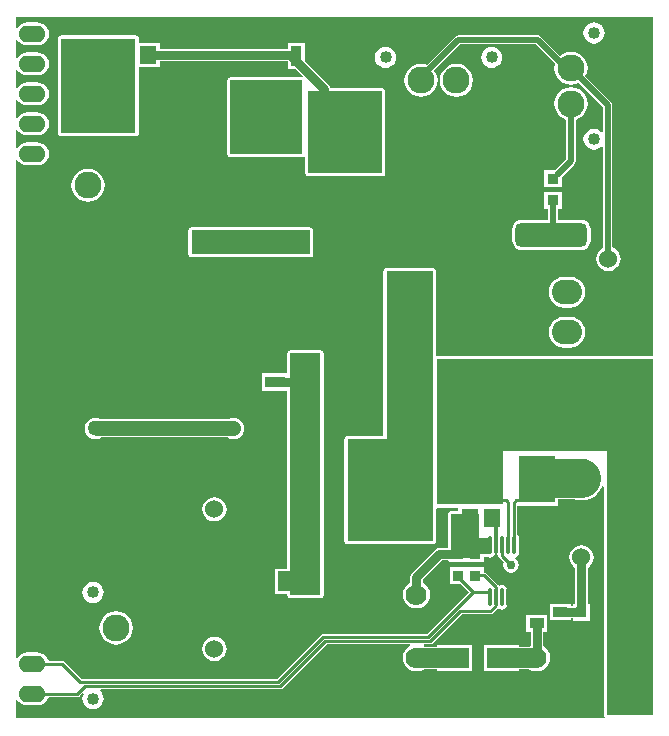
<source format=gbl>
G04*
G04 #@! TF.GenerationSoftware,Altium Limited,Altium Designer,20.1.12 (249)*
G04*
G04 Layer_Physical_Order=2*
G04 Layer_Color=16711680*
%FSLAX25Y25*%
%MOIN*%
G70*
G04*
G04 #@! TF.SameCoordinates,52F10900-DB58-4C41-AEEA-7F3F7A3DCA95*
G04*
G04*
G04 #@! TF.FilePolarity,Positive*
G04*
G01*
G75*
%ADD10C,0.01000*%
%ADD16R,0.09449X0.12205*%
%ADD17R,0.03740X0.03543*%
%ADD41C,0.03000*%
%ADD42C,0.02000*%
%ADD43C,0.05000*%
%ADD52C,0.13000*%
%ADD53C,0.07000*%
%ADD54O,0.08960X0.05600*%
%ADD55C,0.09000*%
%ADD56C,0.04000*%
G04:AMPARAMS|DCode=57|XSize=240mil|YSize=80mil|CornerRadius=20mil|HoleSize=0mil|Usage=FLASHONLY|Rotation=0.000|XOffset=0mil|YOffset=0mil|HoleType=Round|Shape=RoundedRectangle|*
%AMROUNDEDRECTD57*
21,1,0.24000,0.04000,0,0,0.0*
21,1,0.20000,0.08000,0,0,0.0*
1,1,0.04000,0.10000,-0.02000*
1,1,0.04000,-0.10000,-0.02000*
1,1,0.04000,-0.10000,0.02000*
1,1,0.04000,0.10000,0.02000*
%
%ADD57ROUNDEDRECTD57*%
%ADD58O,0.10000X0.08300*%
%ADD59C,0.06000*%
%ADD60R,0.06000X0.06000*%
%ADD61C,0.03000*%
%ADD62C,0.05000*%
%ADD63R,0.09843X0.06693*%
%ADD64R,0.06693X0.03740*%
%ADD65R,0.06299X0.10630*%
%ADD66R,0.05906X0.09400*%
%ADD67R,0.12200X0.15700*%
%ADD68R,0.05000X0.03500*%
%ADD69R,0.23000X0.08000*%
%ADD70R,0.14000X0.06500*%
%ADD71R,0.03740X0.06693*%
%ADD72R,0.05709X0.05906*%
%ADD73R,0.01378X0.06102*%
%ADD74O,0.01378X0.06102*%
%ADD75C,0.01300*%
%ADD76C,0.06500*%
%ADD77C,0.13000*%
%ADD78R,0.15500X1.18500*%
%ADD79R,0.72000X0.30500*%
%ADD80R,0.22000X0.27000*%
%ADD81R,0.28500X0.34000*%
%ADD82R,0.39530X0.08000*%
%ADD83R,0.24000X0.24500*%
%ADD84R,0.25000X0.31500*%
%ADD85R,0.24500X0.27500*%
%ADD86R,0.15500X0.90000*%
%ADD87R,0.10000X0.80500*%
%ADD88R,0.05000X0.05358*%
%ADD89R,0.09500X0.15000*%
G36*
X339000Y222520D02*
X267000D01*
X266520Y222934D01*
Y251000D01*
X266442Y251390D01*
X266221Y251721D01*
X265890Y251942D01*
X265500Y252020D01*
X250000D01*
X249610Y251942D01*
X249279Y251721D01*
X249058Y251390D01*
X248980Y251000D01*
Y196020D01*
X237000D01*
X236610Y195942D01*
X236279Y195721D01*
X236058Y195390D01*
X235980Y195000D01*
Y161000D01*
X236058Y160610D01*
X236279Y160279D01*
X236610Y160058D01*
X237000Y159980D01*
X265500D01*
X265890Y160058D01*
X266221Y160279D01*
X266442Y160610D01*
X266520Y161000D01*
Y171566D01*
X267000Y171980D01*
X274004D01*
Y171020D01*
X271500D01*
X271110Y170942D01*
X270779Y170721D01*
X270558Y170390D01*
X270480Y170000D01*
Y158681D01*
X267642D01*
X266861Y158526D01*
X266200Y158084D01*
X258558Y150442D01*
X258116Y149780D01*
X257961Y149000D01*
Y147026D01*
X257731Y146931D01*
X256791Y146209D01*
X256069Y145269D01*
X255616Y144175D01*
X255461Y143000D01*
X255616Y141825D01*
X256069Y140731D01*
X256791Y139791D01*
X257731Y139069D01*
X258825Y138616D01*
X260000Y138461D01*
X261175Y138616D01*
X262269Y139069D01*
X263209Y139791D01*
X263931Y140731D01*
X264384Y141825D01*
X264539Y143000D01*
X264384Y144175D01*
X263931Y145269D01*
X263209Y146209D01*
X262269Y146931D01*
X262039Y147026D01*
Y148155D01*
X268486Y154603D01*
X270563D01*
X270779Y154279D01*
X271110Y154058D01*
X271130Y154054D01*
Y153870D01*
X282370D01*
Y155622D01*
X283791D01*
X283904Y155547D01*
X284563Y155416D01*
X285222Y155547D01*
X285781Y155920D01*
X286154Y156479D01*
X286285Y157138D01*
X286778D01*
X286909Y156479D01*
X287282Y155920D01*
X287529Y155755D01*
X287558Y155610D01*
X287779Y155279D01*
X289135Y153923D01*
X288951Y153000D01*
X289145Y152024D01*
X289698Y151198D01*
X290525Y150645D01*
X291500Y150451D01*
X292476Y150645D01*
X293302Y151198D01*
X293855Y152024D01*
X294049Y153000D01*
X293855Y153975D01*
X293302Y154802D01*
X292985Y155015D01*
X293090Y155546D01*
X293096Y155547D01*
X293655Y155920D01*
X294028Y156479D01*
X294159Y157138D01*
Y161862D01*
X294028Y162521D01*
X293655Y163080D01*
X293457Y163212D01*
Y172650D01*
X307300D01*
Y174966D01*
X312351D01*
X313530Y174609D01*
X315000Y174464D01*
X316470Y174609D01*
X317884Y175037D01*
X319187Y175734D01*
X320329Y176671D01*
X321266Y177813D01*
X321963Y179116D01*
X321980Y179175D01*
X322480Y179101D01*
Y103000D01*
X322558Y102610D01*
X322763Y102303D01*
X322736Y102168D01*
X322592Y101803D01*
X126500Y101803D01*
Y107986D01*
X127000Y108085D01*
X127001Y108084D01*
X127610Y107290D01*
X128404Y106681D01*
X129328Y106298D01*
X130320Y106167D01*
X133680D01*
X134672Y106298D01*
X135596Y106681D01*
X136390Y107290D01*
X136999Y108084D01*
X137371Y108980D01*
X147000D01*
X147390Y109058D01*
X147721Y109279D01*
X148596Y110154D01*
X149020Y109871D01*
X148789Y109314D01*
X148669Y108400D01*
X148789Y107486D01*
X149142Y106635D01*
X149703Y105904D01*
X150434Y105343D01*
X151285Y104990D01*
X152199Y104870D01*
X153113Y104990D01*
X153964Y105343D01*
X154695Y105904D01*
X155256Y106635D01*
X155609Y107486D01*
X155729Y108400D01*
X155609Y109314D01*
X155256Y110165D01*
X154695Y110896D01*
X154586Y110980D01*
X154755Y111480D01*
X214621D01*
X215012Y111558D01*
X215342Y111779D01*
X230044Y126480D01*
X257751D01*
X257851Y125980D01*
X257731Y125931D01*
X256791Y125209D01*
X256069Y124269D01*
X255616Y123175D01*
X255461Y122000D01*
X255616Y120825D01*
X256069Y119731D01*
X256791Y118791D01*
X257731Y118069D01*
X258825Y117616D01*
X260000Y117461D01*
X261175Y117616D01*
X262269Y118069D01*
X262463Y118218D01*
X266705D01*
Y117654D01*
X278547D01*
Y126347D01*
X266705D01*
Y125782D01*
X262573D01*
X262375Y125980D01*
X262582Y126480D01*
X264621D01*
X265012Y126558D01*
X265342Y126779D01*
X275071Y136508D01*
X284664D01*
X285054Y136585D01*
X285385Y136806D01*
X286706Y138128D01*
X287191Y138224D01*
X287516Y138441D01*
X287841Y138224D01*
X288500Y138093D01*
X289159Y138224D01*
X289718Y138597D01*
X290091Y139156D01*
X290222Y139815D01*
Y144539D01*
X290091Y145198D01*
X289718Y145757D01*
X289159Y146130D01*
X288500Y146261D01*
X287841Y146130D01*
X287823Y146118D01*
X287252Y146189D01*
X283221Y150221D01*
X282890Y150442D01*
X282500Y150520D01*
X282370D01*
Y152130D01*
X271130D01*
Y146587D01*
X274972D01*
X277558Y144000D01*
X263578Y130020D01*
X229000D01*
X228610Y129942D01*
X228279Y129721D01*
X213578Y115020D01*
X148422D01*
X142721Y120721D01*
X142390Y120942D01*
X142000Y121020D01*
X137371D01*
X136999Y121916D01*
X136390Y122710D01*
X135596Y123319D01*
X134672Y123702D01*
X133680Y123833D01*
X130320D01*
X129328Y123702D01*
X128404Y123319D01*
X127610Y122710D01*
X127001Y121916D01*
X127000Y121915D01*
X126500Y122014D01*
Y287986D01*
X127000Y288085D01*
X127001Y288084D01*
X127610Y287290D01*
X128404Y286681D01*
X129328Y286298D01*
X130320Y286167D01*
X133680D01*
X134672Y286298D01*
X135596Y286681D01*
X136390Y287290D01*
X136999Y288084D01*
X137382Y289008D01*
X137513Y290000D01*
X137382Y290992D01*
X136999Y291916D01*
X136390Y292710D01*
X135596Y293319D01*
X134672Y293702D01*
X133680Y293833D01*
X130320D01*
X129328Y293702D01*
X128404Y293319D01*
X127610Y292710D01*
X127001Y291916D01*
X127000Y291915D01*
X126500Y292014D01*
Y297986D01*
X127000Y298085D01*
X127001Y298084D01*
X127610Y297290D01*
X128404Y296681D01*
X129328Y296298D01*
X130320Y296167D01*
X133680D01*
X134672Y296298D01*
X135596Y296681D01*
X136390Y297290D01*
X136999Y298084D01*
X137382Y299008D01*
X137513Y300000D01*
X137382Y300992D01*
X136999Y301916D01*
X136390Y302710D01*
X135596Y303319D01*
X134672Y303702D01*
X133680Y303833D01*
X130320D01*
X129328Y303702D01*
X128404Y303319D01*
X127610Y302710D01*
X127001Y301916D01*
X127000Y301915D01*
X126500Y302014D01*
Y307986D01*
X127000Y308085D01*
X127001Y308084D01*
X127610Y307290D01*
X128404Y306681D01*
X129328Y306298D01*
X130320Y306167D01*
X133680D01*
X134672Y306298D01*
X135596Y306681D01*
X136390Y307290D01*
X136999Y308084D01*
X137382Y309008D01*
X137513Y310000D01*
X137382Y310992D01*
X136999Y311916D01*
X136390Y312710D01*
X135596Y313319D01*
X134672Y313702D01*
X133680Y313833D01*
X130320D01*
X129328Y313702D01*
X128404Y313319D01*
X127610Y312710D01*
X127001Y311916D01*
X127000Y311915D01*
X126500Y312014D01*
Y317986D01*
X127000Y318085D01*
X127001Y318084D01*
X127610Y317290D01*
X128404Y316681D01*
X129328Y316298D01*
X130320Y316167D01*
X133680D01*
X134672Y316298D01*
X135596Y316681D01*
X136390Y317290D01*
X136999Y318084D01*
X137382Y319008D01*
X137513Y320000D01*
X137382Y320992D01*
X136999Y321916D01*
X136390Y322710D01*
X135596Y323319D01*
X134672Y323702D01*
X133680Y323833D01*
X130320D01*
X129328Y323702D01*
X128404Y323319D01*
X127610Y322710D01*
X127001Y321916D01*
X127000Y321915D01*
X126500Y322014D01*
Y327986D01*
X127000Y328085D01*
X127001Y328084D01*
X127610Y327290D01*
X128404Y326681D01*
X129328Y326298D01*
X130320Y326167D01*
X133680D01*
X134672Y326298D01*
X135596Y326681D01*
X136390Y327290D01*
X136999Y328084D01*
X137382Y329008D01*
X137513Y330000D01*
X137382Y330992D01*
X136999Y331916D01*
X136390Y332710D01*
X135596Y333319D01*
X134672Y333702D01*
X133680Y333833D01*
X130320D01*
X129328Y333702D01*
X128404Y333319D01*
X127610Y332710D01*
X127001Y331916D01*
X127000Y331915D01*
X126500Y332014D01*
Y335500D01*
X339000D01*
Y222520D01*
D02*
G37*
%LPC*%
G36*
X319200Y333830D02*
X318286Y333710D01*
X317435Y333357D01*
X316704Y332796D01*
X316143Y332065D01*
X315790Y331214D01*
X315670Y330300D01*
X315790Y329386D01*
X316143Y328535D01*
X316704Y327804D01*
X317435Y327243D01*
X318286Y326890D01*
X319200Y326770D01*
X320114Y326890D01*
X320965Y327243D01*
X321696Y327804D01*
X322257Y328535D01*
X322610Y329386D01*
X322730Y330300D01*
X322610Y331214D01*
X322257Y332065D01*
X321696Y332796D01*
X320965Y333357D01*
X320114Y333710D01*
X319200Y333830D01*
D02*
G37*
G36*
X285100Y325730D02*
X284186Y325610D01*
X283335Y325257D01*
X282604Y324696D01*
X282043Y323965D01*
X281690Y323114D01*
X281570Y322200D01*
X281690Y321286D01*
X282043Y320435D01*
X282604Y319704D01*
X283335Y319143D01*
X284186Y318790D01*
X285100Y318670D01*
X286014Y318790D01*
X286865Y319143D01*
X287596Y319704D01*
X288157Y320435D01*
X288510Y321286D01*
X288630Y322200D01*
X288510Y323114D01*
X288157Y323965D01*
X287596Y324696D01*
X286865Y325257D01*
X286014Y325610D01*
X285100Y325730D01*
D02*
G37*
G36*
X249700D02*
X248786Y325610D01*
X247935Y325257D01*
X247204Y324696D01*
X246643Y323965D01*
X246290Y323114D01*
X246170Y322200D01*
X246290Y321286D01*
X246643Y320435D01*
X247204Y319704D01*
X247935Y319143D01*
X248786Y318790D01*
X249700Y318670D01*
X250614Y318790D01*
X251465Y319143D01*
X252196Y319704D01*
X252757Y320435D01*
X253110Y321286D01*
X253230Y322200D01*
X253110Y323114D01*
X252757Y323965D01*
X252196Y324696D01*
X251465Y325257D01*
X250614Y325610D01*
X249700Y325730D01*
D02*
G37*
G36*
X273300Y320047D02*
X271864Y319858D01*
X270526Y319304D01*
X269377Y318423D01*
X268496Y317274D01*
X267942Y315936D01*
X267753Y314500D01*
X267942Y313064D01*
X268496Y311726D01*
X269377Y310577D01*
X270526Y309696D01*
X271864Y309142D01*
X273300Y308952D01*
X274736Y309142D01*
X276074Y309696D01*
X277223Y310577D01*
X278104Y311726D01*
X278658Y313064D01*
X278848Y314500D01*
X278658Y315936D01*
X278104Y317274D01*
X277223Y318423D01*
X276074Y319304D01*
X274736Y319858D01*
X273300Y320047D01*
D02*
G37*
G36*
X300500Y329529D02*
X274000D01*
X273415Y329413D01*
X272919Y329081D01*
X263473Y319636D01*
X262936Y319858D01*
X261500Y320047D01*
X260064Y319858D01*
X258726Y319304D01*
X257577Y318423D01*
X256696Y317274D01*
X256142Y315936D01*
X255953Y314500D01*
X256142Y313064D01*
X256696Y311726D01*
X257577Y310577D01*
X258726Y309696D01*
X260064Y309142D01*
X261500Y308952D01*
X262936Y309142D01*
X264274Y309696D01*
X265423Y310577D01*
X266304Y311726D01*
X266858Y313064D01*
X267048Y314500D01*
X266858Y315936D01*
X266304Y317274D01*
X265928Y317765D01*
X274634Y326471D01*
X299867D01*
X306218Y320120D01*
X306142Y319936D01*
X305953Y318500D01*
X306142Y317064D01*
X306696Y315726D01*
X307577Y314577D01*
X308726Y313696D01*
X310064Y313142D01*
X311500Y312952D01*
X312936Y313142D01*
X314180Y313657D01*
X322171Y305666D01*
Y297556D01*
X321842Y297444D01*
X321671Y297416D01*
X320965Y297957D01*
X320114Y298310D01*
X319200Y298430D01*
X318286Y298310D01*
X317435Y297957D01*
X316704Y297396D01*
X316143Y296665D01*
X315790Y295814D01*
X315670Y294900D01*
X315790Y293986D01*
X316143Y293135D01*
X316704Y292404D01*
X317435Y291843D01*
X318286Y291490D01*
X319200Y291370D01*
X320114Y291490D01*
X320965Y291843D01*
X321671Y292384D01*
X321842Y292356D01*
X322171Y292244D01*
Y258572D01*
X321983Y258494D01*
X321147Y257853D01*
X320506Y257017D01*
X320103Y256044D01*
X319966Y255000D01*
X320103Y253956D01*
X320506Y252983D01*
X321147Y252147D01*
X321983Y251506D01*
X322956Y251103D01*
X324000Y250965D01*
X325044Y251103D01*
X326017Y251506D01*
X326853Y252147D01*
X327494Y252983D01*
X327897Y253956D01*
X328034Y255000D01*
X327897Y256044D01*
X327494Y257017D01*
X326853Y257853D01*
X326017Y258494D01*
X325229Y258820D01*
Y306300D01*
X325113Y306885D01*
X324781Y307381D01*
X316343Y315820D01*
X316858Y317064D01*
X317048Y318500D01*
X316858Y319936D01*
X316304Y321274D01*
X315423Y322423D01*
X314274Y323304D01*
X312936Y323858D01*
X311500Y324047D01*
X310064Y323858D01*
X308726Y323304D01*
X307952Y322710D01*
X301581Y329081D01*
X301085Y329413D01*
X300500Y329529D01*
D02*
G37*
G36*
X166500Y329520D02*
X141500D01*
X141110Y329442D01*
X140779Y329221D01*
X140558Y328890D01*
X140480Y328500D01*
Y297000D01*
X140558Y296610D01*
X140779Y296279D01*
X141110Y296058D01*
X141500Y295980D01*
X166500D01*
X166890Y296058D01*
X167221Y296279D01*
X167442Y296610D01*
X167520Y297000D01*
Y319047D01*
X174496D01*
Y320961D01*
X217106D01*
Y318154D01*
X219963D01*
X222108Y316008D01*
X222059Y315785D01*
X221889Y315520D01*
X198000D01*
X197610Y315442D01*
X197279Y315221D01*
X197058Y314890D01*
X196980Y314500D01*
Y290000D01*
X197058Y289610D01*
X197279Y289279D01*
X197610Y289058D01*
X198000Y288980D01*
X222000D01*
X222390Y289058D01*
X222480Y289118D01*
X222980Y288851D01*
Y283500D01*
X223058Y283110D01*
X223279Y282779D01*
X223610Y282558D01*
X224000Y282480D01*
X248500D01*
X248890Y282558D01*
X249221Y282779D01*
X249442Y283110D01*
X249520Y283500D01*
Y311000D01*
X249442Y311390D01*
X249221Y311721D01*
X248890Y311942D01*
X248500Y312020D01*
X231299D01*
X231213Y312452D01*
X230771Y313113D01*
X222847Y321037D01*
Y326847D01*
X217106D01*
Y325039D01*
X174496D01*
Y326953D01*
X167520D01*
Y328500D01*
X167442Y328890D01*
X167221Y329221D01*
X166890Y329442D01*
X166500Y329520D01*
D02*
G37*
G36*
X311500Y312247D02*
X310064Y312058D01*
X308726Y311504D01*
X307577Y310623D01*
X306696Y309474D01*
X306142Y308136D01*
X305953Y306700D01*
X306142Y305264D01*
X306696Y303926D01*
X307577Y302777D01*
X308726Y301896D01*
X309971Y301380D01*
Y288134D01*
X306392Y284555D01*
X302630D01*
Y279012D01*
X308370D01*
Y282207D01*
X312581Y286419D01*
X312913Y286915D01*
X313029Y287500D01*
Y301380D01*
X314274Y301896D01*
X315423Y302777D01*
X316304Y303926D01*
X316858Y305264D01*
X317048Y306700D01*
X316858Y308136D01*
X316304Y309474D01*
X315423Y310623D01*
X314274Y311504D01*
X312936Y312058D01*
X311500Y312247D01*
D02*
G37*
G36*
X150500Y285048D02*
X149064Y284858D01*
X147726Y284304D01*
X146577Y283423D01*
X145696Y282274D01*
X145142Y280936D01*
X144952Y279500D01*
X145142Y278064D01*
X145696Y276726D01*
X146577Y275577D01*
X147726Y274696D01*
X149064Y274142D01*
X150500Y273953D01*
X151936Y274142D01*
X153274Y274696D01*
X154423Y275577D01*
X155304Y276726D01*
X155858Y278064D01*
X156047Y279500D01*
X155858Y280936D01*
X155304Y282274D01*
X154423Y283423D01*
X153274Y284304D01*
X151936Y284858D01*
X150500Y285048D01*
D02*
G37*
G36*
X308370Y277272D02*
X302630D01*
Y271728D01*
X303971D01*
Y268026D01*
X295000D01*
X294217Y267923D01*
X293487Y267620D01*
X292860Y267140D01*
X292379Y266513D01*
X292077Y265783D01*
X291974Y265000D01*
Y261000D01*
X292077Y260217D01*
X292379Y259487D01*
X292860Y258860D01*
X293487Y258380D01*
X294217Y258077D01*
X295000Y257974D01*
X315000D01*
X315783Y258077D01*
X316513Y258380D01*
X317140Y258860D01*
X317620Y259487D01*
X317923Y260217D01*
X318026Y261000D01*
Y265000D01*
X317923Y265783D01*
X317620Y266513D01*
X317140Y267140D01*
X316513Y267620D01*
X315783Y267923D01*
X315000Y268026D01*
X307029D01*
Y271728D01*
X308370D01*
Y277272D01*
D02*
G37*
G36*
X224500Y265520D02*
X184970D01*
X184580Y265442D01*
X184249Y265221D01*
X184028Y264890D01*
X183950Y264500D01*
Y256500D01*
X184028Y256110D01*
X184249Y255779D01*
X184580Y255558D01*
X184970Y255480D01*
X224500D01*
X224890Y255558D01*
X225221Y255779D01*
X225442Y256110D01*
X225520Y256500D01*
Y264500D01*
X225442Y264890D01*
X225221Y265221D01*
X224890Y265442D01*
X224500Y265520D01*
D02*
G37*
G36*
X311050Y249094D02*
X309350D01*
X308006Y248917D01*
X306753Y248398D01*
X305677Y247573D01*
X304852Y246497D01*
X304333Y245244D01*
X304156Y243900D01*
X304333Y242556D01*
X304852Y241303D01*
X305677Y240227D01*
X306753Y239402D01*
X308006Y238883D01*
X309350Y238706D01*
X311050D01*
X312394Y238883D01*
X313647Y239402D01*
X314723Y240227D01*
X315548Y241303D01*
X316067Y242556D01*
X316244Y243900D01*
X316067Y245244D01*
X315548Y246497D01*
X314723Y247573D01*
X313647Y248398D01*
X312394Y248917D01*
X311050Y249094D01*
D02*
G37*
G36*
Y235694D02*
X309350D01*
X308006Y235517D01*
X306753Y234998D01*
X305677Y234173D01*
X304852Y233097D01*
X304333Y231844D01*
X304156Y230500D01*
X304333Y229156D01*
X304852Y227903D01*
X305677Y226827D01*
X306753Y226002D01*
X308006Y225483D01*
X309350Y225306D01*
X311050D01*
X312394Y225483D01*
X313647Y226002D01*
X314723Y226827D01*
X315548Y227903D01*
X316067Y229156D01*
X316244Y230500D01*
X316067Y231844D01*
X315548Y233097D01*
X314723Y234173D01*
X313647Y234998D01*
X312394Y235517D01*
X311050Y235694D01*
D02*
G37*
G36*
X199000Y202030D02*
X198086Y201910D01*
X197235Y201557D01*
X197194Y201526D01*
X154806D01*
X154765Y201557D01*
X153914Y201910D01*
X153000Y202030D01*
X152086Y201910D01*
X151235Y201557D01*
X150504Y200996D01*
X149943Y200265D01*
X149590Y199414D01*
X149470Y198500D01*
X149590Y197586D01*
X149943Y196735D01*
X150504Y196004D01*
X151235Y195443D01*
X152086Y195090D01*
X153000Y194970D01*
X153914Y195090D01*
X154765Y195443D01*
X154806Y195474D01*
X197194D01*
X197235Y195443D01*
X198086Y195090D01*
X199000Y194970D01*
X199914Y195090D01*
X200765Y195443D01*
X201496Y196004D01*
X202057Y196735D01*
X202410Y197586D01*
X202530Y198500D01*
X202410Y199414D01*
X202057Y200265D01*
X201496Y200996D01*
X200765Y201557D01*
X199914Y201910D01*
X199000Y202030D01*
D02*
G37*
G36*
X192657Y175534D02*
X191613Y175397D01*
X190640Y174994D01*
X189805Y174353D01*
X189163Y173517D01*
X188760Y172544D01*
X188623Y171500D01*
X188760Y170456D01*
X189163Y169483D01*
X189805Y168647D01*
X190640Y168006D01*
X191613Y167603D01*
X192657Y167465D01*
X193702Y167603D01*
X194675Y168006D01*
X195510Y168647D01*
X196151Y169483D01*
X196555Y170456D01*
X196692Y171500D01*
X196555Y172544D01*
X196151Y173517D01*
X195510Y174353D01*
X194675Y174994D01*
X193702Y175397D01*
X192657Y175534D01*
D02*
G37*
G36*
X228000Y224520D02*
X218000D01*
X217610Y224442D01*
X217279Y224221D01*
X217058Y223890D01*
X216980Y223500D01*
Y216858D01*
X208653D01*
Y211118D01*
X216980D01*
Y151750D01*
X212842D01*
Y143250D01*
X216980D01*
Y143000D01*
X217058Y142610D01*
X217279Y142279D01*
X217610Y142058D01*
X218000Y141980D01*
X228000D01*
X228390Y142058D01*
X228721Y142279D01*
X228942Y142610D01*
X229020Y143000D01*
Y223500D01*
X228942Y223890D01*
X228721Y224221D01*
X228390Y224442D01*
X228000Y224520D01*
D02*
G37*
G36*
X152199Y147330D02*
X151285Y147210D01*
X150434Y146857D01*
X149703Y146296D01*
X149142Y145565D01*
X148789Y144714D01*
X148669Y143800D01*
X148789Y142886D01*
X149142Y142035D01*
X149703Y141304D01*
X150434Y140743D01*
X151285Y140390D01*
X152199Y140270D01*
X153113Y140390D01*
X153964Y140743D01*
X154695Y141304D01*
X155256Y142035D01*
X155609Y142886D01*
X155729Y143800D01*
X155609Y144714D01*
X155256Y145565D01*
X154695Y146296D01*
X153964Y146857D01*
X153113Y147210D01*
X152199Y147330D01*
D02*
G37*
G36*
X315000Y159535D02*
X313956Y159397D01*
X312983Y158994D01*
X312147Y158353D01*
X311506Y157517D01*
X311103Y156544D01*
X310965Y155500D01*
X311103Y154456D01*
X311506Y153483D01*
X312147Y152647D01*
X312961Y152023D01*
Y139913D01*
X312130D01*
Y139279D01*
X311437D01*
Y139990D01*
X304437D01*
Y134490D01*
X311437D01*
Y135201D01*
X312130D01*
Y134370D01*
X317870D01*
Y139913D01*
X317039D01*
Y152023D01*
X317853Y152647D01*
X318494Y153483D01*
X318897Y154456D01*
X319035Y155500D01*
X318897Y156544D01*
X318494Y157517D01*
X317853Y158353D01*
X317017Y158994D01*
X316044Y159397D01*
X315000Y159535D01*
D02*
G37*
G36*
X159899Y137548D02*
X158463Y137358D01*
X157125Y136804D01*
X155976Y135923D01*
X155095Y134774D01*
X154541Y133436D01*
X154351Y132000D01*
X154541Y130564D01*
X155095Y129226D01*
X155976Y128077D01*
X157125Y127196D01*
X158463Y126642D01*
X159899Y126453D01*
X161335Y126642D01*
X162673Y127196D01*
X163822Y128077D01*
X164703Y129226D01*
X165257Y130564D01*
X165446Y132000D01*
X165257Y133436D01*
X164703Y134774D01*
X163822Y135923D01*
X162673Y136804D01*
X161335Y137358D01*
X159899Y137548D01*
D02*
G37*
G36*
X303563Y136250D02*
X296563D01*
Y130750D01*
X298024D01*
Y126052D01*
X297731Y125931D01*
X297537Y125782D01*
X294295D01*
Y126347D01*
X282453D01*
Y117654D01*
X294295D01*
Y118218D01*
X297537D01*
X297731Y118069D01*
X298825Y117616D01*
X300000Y117461D01*
X301175Y117616D01*
X302269Y118069D01*
X303209Y118791D01*
X303931Y119731D01*
X304384Y120825D01*
X304539Y122000D01*
X304384Y123175D01*
X303931Y124269D01*
X303209Y125209D01*
X302269Y125931D01*
X302102Y126000D01*
Y130750D01*
X303563D01*
Y136250D01*
D02*
G37*
G36*
X192657Y129034D02*
X191613Y128897D01*
X190640Y128494D01*
X189805Y127853D01*
X189163Y127017D01*
X188760Y126044D01*
X188623Y125000D01*
X188760Y123956D01*
X189163Y122983D01*
X189805Y122147D01*
X190640Y121506D01*
X191613Y121103D01*
X192657Y120966D01*
X193702Y121103D01*
X194675Y121506D01*
X195510Y122147D01*
X196151Y122983D01*
X196555Y123956D01*
X196692Y125000D01*
X196555Y126044D01*
X196151Y127017D01*
X195510Y127853D01*
X194675Y128494D01*
X193702Y128897D01*
X192657Y129034D01*
D02*
G37*
%LPD*%
D10*
X147000Y110000D02*
X149500Y112500D01*
X214621D02*
X229621Y127500D01*
X149500Y112500D02*
X214621D01*
X142000Y120000D02*
X148000Y114000D01*
X214000D02*
X229000Y129000D01*
X148000Y114000D02*
X214000D01*
X132000Y120000D02*
X142000D01*
X132000Y110000D02*
X147000D01*
X229621Y127500D02*
X264621D01*
X229000Y129000D02*
X264000D01*
X279000Y144000D01*
X286252Y139115D02*
Y139433D01*
X286531Y139713D01*
X274649Y137527D02*
X284664D01*
X264621Y127500D02*
X274649Y137527D01*
X286531Y139713D02*
Y142177D01*
X284664Y137527D02*
X286252Y139115D01*
X274000Y149000D02*
X279000Y144000D01*
X274000Y149000D02*
Y149358D01*
X279000Y144000D02*
X284563D01*
X282800Y180086D02*
Y181500D01*
X257200Y233000D02*
X257400Y233200D01*
X300000Y122000D02*
X300063Y122063D01*
X311358Y232500D02*
X311858Y232000D01*
X222488Y213988D02*
X223000Y214500D01*
X220512Y221488D02*
X223000Y219000D01*
X221488Y212512D02*
X222000Y212000D01*
X314902Y137240D02*
X315000Y137339D01*
X288500Y156000D02*
Y159500D01*
X244000Y287000D02*
X244012Y286988D01*
X228374Y304090D02*
X229329Y305045D01*
X230500Y289500D02*
Y290811D01*
X150500Y319500D02*
X151157D01*
X305000Y263000D02*
X305500Y263500D01*
X285642Y168500D02*
X286563Y167579D01*
X279500Y150358D02*
X280358Y149500D01*
X282500D02*
X286531Y145468D01*
X280358Y149500D02*
X282500D01*
X286531Y144000D02*
Y145468D01*
X288500Y156000D02*
X291500Y153000D01*
X292437Y161323D02*
Y173737D01*
X290469Y161323D02*
Y173831D01*
X300200Y181500D02*
X300700Y182000D01*
X292437Y173737D02*
X293186Y174486D01*
X294600D01*
X300200Y180086D01*
Y181500D01*
X289814Y174486D02*
X290469Y173831D01*
X288400Y174486D02*
X289814D01*
X282800Y180086D02*
X288400Y174486D01*
X153000Y198500D02*
X153582D01*
D16*
X188000Y216000D02*
D03*
D17*
X305500Y281784D02*
D03*
Y274500D02*
D03*
X274000Y156642D02*
D03*
Y149358D02*
D03*
X279500D02*
D03*
Y156642D02*
D03*
X315000Y129858D02*
D03*
Y137142D02*
D03*
D41*
X213000Y213988D02*
X222488D01*
X315000Y137339D02*
Y155500D01*
X229329Y305045D02*
Y311671D01*
X218000Y323000D02*
X229329Y311671D01*
X170642Y323000D02*
X218000D01*
X230500Y289500D02*
X231000Y290000D01*
X260000Y149000D02*
X267642Y156642D01*
X274000D01*
X260000Y143000D02*
Y149000D01*
X307937Y137240D02*
X314902D01*
X300063Y122063D02*
Y133500D01*
D42*
X305500Y281784D02*
X305960Y281324D01*
X311500Y287500D02*
Y306700D01*
X306870Y282870D02*
X311500Y287500D01*
X324000Y253466D02*
Y255000D01*
X323700Y253166D02*
X324000Y253466D01*
X323700Y253166D02*
Y306300D01*
X311500Y318500D02*
X323700Y306300D01*
X305500Y263500D02*
Y274500D01*
X310000Y318500D02*
X311500D01*
X300500Y328000D02*
X310000Y318500D01*
X274000Y328000D02*
X300500D01*
X261500Y315500D02*
X274000Y328000D01*
X261500Y314500D02*
Y315500D01*
D43*
X153582Y198500D02*
X199000D01*
D52*
X315000Y212000D02*
D03*
Y182000D02*
D03*
X245000Y172000D02*
D03*
D53*
X260000Y122000D02*
D03*
X300000D02*
D03*
X260000Y143000D02*
D03*
D54*
X332000Y110000D02*
D03*
Y120000D02*
D03*
Y130000D02*
D03*
Y140000D02*
D03*
Y150000D02*
D03*
Y160000D02*
D03*
Y170000D02*
D03*
Y180000D02*
D03*
Y190000D02*
D03*
Y200000D02*
D03*
X132000Y240000D02*
D03*
Y250000D02*
D03*
Y260000D02*
D03*
Y270000D02*
D03*
Y280000D02*
D03*
Y290000D02*
D03*
Y300000D02*
D03*
Y310000D02*
D03*
Y320000D02*
D03*
Y330000D02*
D03*
X332000Y240000D02*
D03*
Y250000D02*
D03*
Y260000D02*
D03*
Y270000D02*
D03*
Y280000D02*
D03*
Y290000D02*
D03*
Y300000D02*
D03*
Y310000D02*
D03*
Y320000D02*
D03*
Y330000D02*
D03*
X132000Y110000D02*
D03*
Y120000D02*
D03*
Y130000D02*
D03*
Y140000D02*
D03*
Y150000D02*
D03*
Y160000D02*
D03*
Y170000D02*
D03*
Y180000D02*
D03*
Y190000D02*
D03*
Y200000D02*
D03*
D55*
X159899Y132000D02*
D03*
Y120200D02*
D03*
X273300Y314500D02*
D03*
X261500D02*
D03*
X311500Y306700D02*
D03*
Y318500D02*
D03*
X150500Y319500D02*
D03*
Y279500D02*
D03*
Y239500D02*
D03*
X230500D02*
D03*
Y269500D02*
D03*
Y289500D02*
D03*
D56*
X152199Y143800D02*
D03*
Y108400D02*
D03*
X285100Y322200D02*
D03*
X249700D02*
D03*
X319200Y294900D02*
D03*
Y330300D02*
D03*
D57*
X274000Y263000D02*
D03*
X305000D02*
D03*
D58*
X257200Y230500D02*
D03*
X257400Y243900D02*
D03*
X310200Y230500D02*
D03*
Y243900D02*
D03*
D59*
X192657Y125000D02*
D03*
Y171500D02*
D03*
X269000Y142500D02*
D03*
X300000Y160500D02*
D03*
Y142500D02*
D03*
X324000Y255000D02*
D03*
X315000Y155500D02*
D03*
D60*
X212343Y125000D02*
D03*
Y171500D02*
D03*
D61*
X286000Y152000D02*
D03*
X190319Y219500D02*
D03*
X185719D02*
D03*
X190319Y212500D02*
D03*
X185719D02*
D03*
X291500Y153000D02*
D03*
D62*
X272500Y184500D02*
D03*
X285500Y193500D02*
D03*
X272500Y191000D02*
D03*
Y177500D02*
D03*
X279000Y193500D02*
D03*
X188500Y260500D02*
D03*
X194500D02*
D03*
X223000Y209000D02*
D03*
Y219000D02*
D03*
X216500Y294000D02*
D03*
X209000D02*
D03*
X202000D02*
D03*
X199000Y198500D02*
D03*
X153000D02*
D03*
D63*
X272626Y122000D02*
D03*
X288374D02*
D03*
D64*
X213000Y225012D02*
D03*
Y213988D02*
D03*
D65*
X222512Y198500D02*
D03*
X211488D02*
D03*
X222512Y184500D02*
D03*
X211488D02*
D03*
D66*
X215717Y306000D02*
D03*
X230283D02*
D03*
D67*
X282800Y181500D02*
D03*
X300200D02*
D03*
D68*
X307937Y129760D02*
D03*
Y137240D02*
D03*
X300063Y133500D02*
D03*
D69*
X168500Y260500D02*
D03*
X210500D02*
D03*
D70*
X158658Y302201D02*
D03*
X178342D02*
D03*
X220843Y147500D02*
D03*
X201157D02*
D03*
D71*
X203512Y305500D02*
D03*
X192488D02*
D03*
X219976Y322500D02*
D03*
X231000D02*
D03*
D72*
X163358Y323000D02*
D03*
X170642D02*
D03*
X285142Y168500D02*
D03*
X277858D02*
D03*
D73*
X292437Y142177D02*
D03*
D74*
X290469D02*
D03*
X288500D02*
D03*
X286531D02*
D03*
X284563D02*
D03*
X292437Y159500D02*
D03*
X290469D02*
D03*
X288500D02*
D03*
X286531D02*
D03*
X284563D02*
D03*
D75*
X286563Y161323D02*
Y167579D01*
D76*
X260000Y122000D02*
X272626D01*
X288374D02*
X300000D01*
D77*
X300700Y182000D02*
X315000D01*
D78*
X331250Y162250D02*
D03*
D79*
X303000Y206250D02*
D03*
D80*
X278000Y186500D02*
D03*
D81*
X251250Y178000D02*
D03*
D82*
X204735Y260500D02*
D03*
D83*
X210000Y302250D02*
D03*
D84*
X154000Y312750D02*
D03*
D85*
X236250Y297250D02*
D03*
D86*
X257750Y206000D02*
D03*
D87*
X223000Y183250D02*
D03*
D88*
X282000Y159321D02*
D03*
D89*
X276250Y162500D02*
D03*
M02*

</source>
